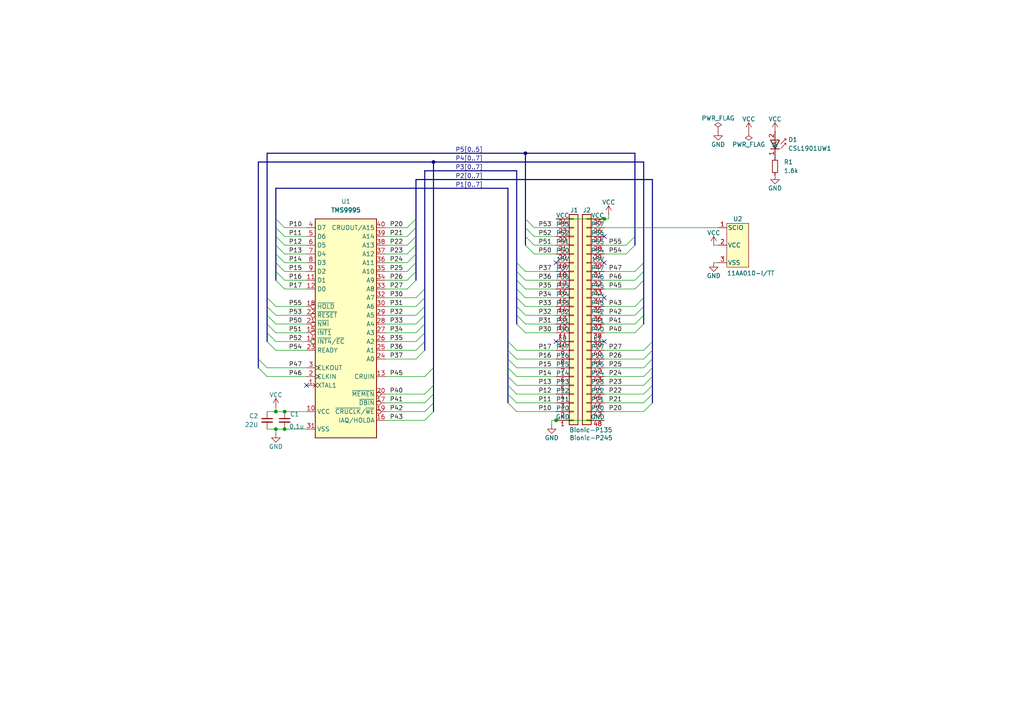
<source format=kicad_sch>
(kicad_sch (version 20231120) (generator "eeschema") (generator_version "8.0")
  (paper "A4")
  (title_block (title "BionicTMS9995") (date "2024-12-28") (rev "2") (company "Tadashi G. Takaoka"))
  (lib_symbols
    (symbol "0-LocalLibrary:11AA010-I_TT" (pin_names (offset 0.254))
      (property "Reference" "U" (at 2.54 1.27 0))
      (property "Value" "11AA010-I/TT" (at 3.81 -13.97 0))
      (symbol "11AA010-I_TT_1_1"
        (rectangle (start 0 0) (end 6.35 -12.7) (fill (type background)))
        (pin bidirectional line (at -2.54 -1.27 0) (length 2.54) (name "SCIO") (number "1"))
        (pin power_in line (at -2.54 -6.35 0) (length 2.54) (name "VCC") (number "2"))
        (pin power_in line (at -2.54 -11.43 0) (length 2.54) (name "VSS") (number "3"))
      )
    )
    (symbol "0-LocalLibrary:Bionic-P135" (pin_names (offset 0))
      (property "Reference" "J" (at 0 30.48 0))
      (property "Value" "Bionic-P135" (at -1.27 -33.02 0))
      (symbol "Bionic-P135_1_1"
        (rectangle (start 0 -30.353) (end -1.27 -30.607) (stroke (width 0.1524)))
        (rectangle (start 0 -27.813) (end -1.27 -28.067) (stroke (width 0.1524)))
        (rectangle (start 0 -25.273) (end -1.27 -25.527) (stroke (width 0.1524)))
        (rectangle (start 0 -22.733) (end -1.27 -22.987) (stroke (width 0.1524)))
        (rectangle (start 0 -20.193) (end -1.27 -20.447) (stroke (width 0.1524)))
        (rectangle (start 0 -17.653) (end -1.27 -17.907) (stroke (width 0.1524)))
        (rectangle (start 0 -15.113) (end -1.27 -15.367) (stroke (width 0.1524)))
        (rectangle (start 0 -12.573) (end -1.27 -12.827) (stroke (width 0.1524)))
        (rectangle (start 0 -10.033) (end -1.27 -10.287) (stroke (width 0.1524)))
        (rectangle (start 0 -7.493) (end -1.27 -7.747) (stroke (width 0.1524)))
        (rectangle (start 0 -4.953) (end -1.27 -5.207) (stroke (width 0.1524)))
        (rectangle (start 0 -2.413) (end -1.27 -2.667) (stroke (width 0.1524)))
        (rectangle (start 0 0.127) (end -1.27 -0.127) (stroke (width 0.1524)))
        (rectangle (start 0 2.667) (end -1.27 2.413) (stroke (width 0.1524)))
        (rectangle (start 0 5.207) (end -1.27 4.953) (stroke (width 0.1524)))
        (rectangle (start 0 7.747) (end -1.27 7.493) (stroke (width 0.1524)))
        (rectangle (start 0 10.287) (end -1.27 10.033) (stroke (width 0.1524)))
        (rectangle (start 0 12.827) (end -1.27 12.573) (stroke (width 0.1524)))
        (rectangle (start 0 15.367) (end -1.27 15.113) (stroke (width 0.1524)))
        (rectangle (start 0 17.907) (end -1.27 17.653) (stroke (width 0.1524)))
        (rectangle (start 0 20.447) (end -1.27 20.193) (stroke (width 0.1524)))
        (rectangle (start 0 22.987) (end -1.27 22.733) (stroke (width 0.1524)))
        (rectangle (start 0 25.527) (end -1.27 25.273) (stroke (width 0.1524)))
        (rectangle (start 0 28.067) (end -1.27 27.813) (stroke (width 0.1524)))
        (rectangle (start 1.27 29.21) (end -1.27 -31.75) (stroke (width 0.254)) (fill (type background)))
        (pin power_in line (at -5.08 -30.48 0) (length 3.81) (name "GND") (number "1"))
        (pin bidirectional line (at -5.08 -7.62 0) (length 3.81) (name "E0") (number "10"))
        (pin bidirectional line (at -5.08 -5.08 0) (length 3.81) (name "P30") (number "11"))
        (pin bidirectional line (at -5.08 -2.54 0) (length 3.81) (name "P31") (number "12"))
        (pin bidirectional line (at -5.08 0 0) (length 3.81) (name "P32") (number "13"))
        (pin bidirectional line (at -5.08 2.54 0) (length 3.81) (name "P33") (number "14"))
        (pin bidirectional line (at -5.08 5.08 0) (length 3.81) (name "P34") (number "15"))
        (pin bidirectional line (at -5.08 7.62 0) (length 3.81) (name "P35") (number "16"))
        (pin bidirectional line (at -5.08 10.16 0) (length 3.81) (name "P36") (number "17"))
        (pin bidirectional line (at -5.08 12.7 0) (length 3.81) (name "P37") (number "18"))
        (pin power_in line (at -5.08 15.24 0) (length 3.81) (name "15V") (number "19"))
        (pin bidirectional line (at -5.08 -27.94 0) (length 3.81) (name "P10") (number "2"))
        (pin bidirectional line (at -5.08 17.78 0) (length 3.81) (name "P50") (number "20"))
        (pin bidirectional line (at -5.08 20.32 0) (length 3.81) (name "P51") (number "21"))
        (pin bidirectional line (at -5.08 22.86 0) (length 3.81) (name "P52") (number "22"))
        (pin bidirectional line (at -5.08 25.4 0) (length 3.81) (name "P53") (number "23"))
        (pin power_in line (at -5.08 27.94 0) (length 3.81) (name "VCC") (number "24"))
        (pin bidirectional line (at -5.08 -25.4 0) (length 3.81) (name "P11") (number "3"))
        (pin bidirectional line (at -5.08 -22.86 0) (length 3.81) (name "P12") (number "4"))
        (pin bidirectional line (at -5.08 -20.32 0) (length 3.81) (name "P13") (number "5"))
        (pin bidirectional line (at -5.08 -17.78 0) (length 3.81) (name "P14") (number "6"))
        (pin bidirectional line (at -5.08 -15.24 0) (length 3.81) (name "P15") (number "7"))
        (pin bidirectional line (at -5.08 -12.7 0) (length 3.81) (name "P16") (number "8"))
        (pin bidirectional line (at -5.08 -10.16 0) (length 3.81) (name "P17") (number "9"))
      )
    )
    (symbol "0-LocalLibrary:Bionic-P245" (pin_names (offset 0))
      (property "Reference" "J" (at -3.81 30.48 0))
      (property "Value" "Bionic-P245" (at -1.27 -33.02 0))
      (symbol "Bionic-P245_1_1"
        (rectangle (start -2.54 -30.607) (end -3.81 -30.353) (stroke (width 0.1524)))
        (rectangle (start -2.54 -28.067) (end -3.81 -27.813) (stroke (width 0.1524)))
        (rectangle (start -2.54 -25.527) (end -3.81 -25.273) (stroke (width 0.1524)))
        (rectangle (start -2.54 -22.987) (end -3.81 -22.733) (stroke (width 0.1524)))
        (rectangle (start -2.54 -20.447) (end -3.81 -20.193) (stroke (width 0.1524)))
        (rectangle (start -2.54 -17.907) (end -3.81 -17.653) (stroke (width 0.1524)))
        (rectangle (start -2.54 -15.367) (end -3.81 -15.113) (stroke (width 0.1524)))
        (rectangle (start -2.54 -12.827) (end -3.81 -12.573) (stroke (width 0.1524)))
        (rectangle (start -2.54 -10.287) (end -3.81 -10.033) (stroke (width 0.1524)))
        (rectangle (start -2.54 -7.747) (end -3.81 -7.493) (stroke (width 0.1524)))
        (rectangle (start -2.54 -5.207) (end -3.81 -4.953) (stroke (width 0.1524)))
        (rectangle (start -2.54 -2.667) (end -3.81 -2.413) (stroke (width 0.1524)))
        (rectangle (start -2.54 -0.127) (end -3.81 0.127) (stroke (width 0.1524)))
        (rectangle (start -2.54 2.413) (end -3.81 2.667) (stroke (width 0.1524)))
        (rectangle (start -2.54 4.953) (end -3.81 5.207) (stroke (width 0.1524)))
        (rectangle (start -2.54 7.493) (end -3.81 7.747) (stroke (width 0.1524)))
        (rectangle (start -2.54 10.033) (end -3.81 10.287) (stroke (width 0.1524)))
        (rectangle (start -2.54 12.573) (end -3.81 12.827) (stroke (width 0.1524)))
        (rectangle (start -2.54 15.113) (end -3.81 15.367) (stroke (width 0.1524)))
        (rectangle (start -2.54 17.653) (end -3.81 17.907) (stroke (width 0.1524)))
        (rectangle (start -2.54 20.193) (end -3.81 20.447) (stroke (width 0.1524)))
        (rectangle (start -2.54 22.733) (end -3.81 22.987) (stroke (width 0.1524)))
        (rectangle (start -2.54 25.273) (end -3.81 25.527) (stroke (width 0.1524)))
        (rectangle (start -2.54 27.813) (end -3.81 28.067) (stroke (width 0.1524)))
        (rectangle (start -2.54 29.21) (end -5.08 -31.75) (stroke (width 0.254)) (fill (type background)))
        (pin power_in line (at 1.27 27.94 180) (length 3.81) (name "VCC") (number "25"))
        (pin bidirectional line (at 1.27 25.4 180) (length 3.81) (name "P57") (number "26"))
        (pin bidirectional line (at 1.27 22.86 180) (length 3.81) (name "P56") (number "27"))
        (pin bidirectional line (at 1.27 20.32 180) (length 3.81) (name "P55") (number "28"))
        (pin bidirectional line (at 1.27 17.78 180) (length 3.81) (name "P54") (number "29"))
        (pin power_in line (at 1.27 15.24 180) (length 3.81) (name "15V") (number "30"))
        (pin bidirectional line (at 1.27 12.7 180) (length 3.81) (name "P47") (number "31"))
        (pin bidirectional line (at 1.27 10.16 180) (length 3.81) (name "P46") (number "32"))
        (pin bidirectional line (at 1.27 7.62 180) (length 3.81) (name "P45") (number "33"))
        (pin bidirectional line (at 1.27 5.08 180) (length 3.81) (name "P44") (number "34"))
        (pin bidirectional line (at 1.27 2.54 180) (length 3.81) (name "P43") (number "35"))
        (pin bidirectional line (at 1.27 0 180) (length 3.81) (name "P42") (number "36"))
        (pin bidirectional line (at 1.27 -2.54 180) (length 3.81) (name "P41") (number "37"))
        (pin bidirectional line (at 1.27 -5.08 180) (length 3.81) (name "P40") (number "38"))
        (pin bidirectional line (at 1.27 -7.62 180) (length 3.81) (name "E1") (number "39"))
        (pin bidirectional line (at 1.27 -10.16 180) (length 3.81) (name "P27") (number "40"))
        (pin bidirectional line (at 1.27 -12.7 180) (length 3.81) (name "P26") (number "41"))
        (pin bidirectional line (at 1.27 -15.24 180) (length 3.81) (name "P25") (number "42"))
        (pin bidirectional line (at 1.27 -17.78 180) (length 3.81) (name "P24") (number "43"))
        (pin bidirectional line (at 1.27 -20.32 180) (length 3.81) (name "P23") (number "44"))
        (pin bidirectional line (at 1.27 -22.86 180) (length 3.81) (name "P22") (number "45"))
        (pin bidirectional line (at 1.27 -25.4 180) (length 3.81) (name "P21") (number "46"))
        (pin bidirectional line (at 1.27 -27.94 180) (length 3.81) (name "P20") (number "47"))
        (pin power_in line (at 1.27 -30.48 180) (length 3.81) (name "GND") (number "48"))
      )
    )
    (symbol "0-LocalLibrary:CSL1901UW1" (pin_names (offset 0.254))
      (property "Reference" "D" (at 3.81 -2.54 0))
      (property "Value" "CSL1901UW1" (at 3.81 -5.08 0))
      (symbol "CSL1901UW1_0_1"
        (polyline (pts (xy 2.159 3.175) (xy 2.667 3.175)))
        (polyline (pts (xy 2.54 0) (xy 5.08 0)))
        (polyline (pts (xy 5.08 1.27) (xy 5.08 -1.27)) (stroke (width 0.254)))
        (polyline (pts (xy 3.683 1.651) (xy 2.159 3.175) (xy 2.159 2.667)))
        (polyline (pts (xy 2.54 -1.27) (xy 5.08 0) (xy 2.54 1.27) (xy 2.54 -1.27)) (stroke (width 0.254)))
        (polyline (pts (xy 4.953 1.651) (xy 3.429 3.175) (xy 3.429 2.667) (xy 3.429 3.175) (xy 3.937 3.175)))
      )
      (symbol "CSL1901UW1_1_1"
        (pin passive line (at 7.62 0 180) (length 2.54) (name "K") (number "1"))
        (pin passive line (at 0 0 0) (length 2.54) (name "A") (number "2"))
      )
      (symbol "CSL1901UW1_1_2"
        (polyline (pts (xy -5.08 7.62) (xy -4.445 8.255)) (stroke (width 0.2032)))
        (polyline (pts (xy -5.08 8.255) (xy -5.08 7.62)) (stroke (width 0.2032)))
        (polyline (pts (xy -4.445 6.35) (xy -3.81 6.985)) (stroke (width 0.2032)))
        (polyline (pts (xy -4.445 8.255) (xy -5.08 8.255)) (stroke (width 0.2032)))
        (polyline (pts (xy -4.445 9.525) (xy -3.81 10.16)) (stroke (width 0.2032)))
        (polyline (pts (xy -4.445 10.16) (xy -4.445 9.525)) (stroke (width 0.2032)))
        (polyline (pts (xy -3.81 6.985) (xy -5.08 8.255)) (stroke (width 0.2032)))
        (polyline (pts (xy -3.81 8.255) (xy -3.175 8.89)) (stroke (width 0.2032)))
        (polyline (pts (xy -3.81 10.16) (xy -4.445 10.16)) (stroke (width 0.2032)))
        (polyline (pts (xy -3.175 5.08) (xy -4.445 6.35)) (stroke (width 0.2032)))
        (polyline (pts (xy -3.175 8.89) (xy -4.445 10.16)) (stroke (width 0.2032)))
        (polyline (pts (xy -2.54 6.985) (xy -3.81 8.255)) (stroke (width 0.2032)))
        (polyline (pts (xy -1.905 3.81) (xy 1.905 3.81)) (stroke (width 0.2032)))
        (polyline (pts (xy 0 2.54) (xy 0 3.4798)) (stroke (width 0.2032)))
        (polyline (pts (xy 0 3.175) (xy 0 3.81)) (stroke (width 0.2032)))
        (polyline (pts (xy 0 6.35) (xy -1.905 3.81)) (stroke (width 0.2032)))
        (polyline (pts (xy 0 6.35) (xy 0 7.62)) (stroke (width 0.2032)))
        (polyline (pts (xy 1.905 3.81) (xy 0 6.35)) (stroke (width 0.2032)))
        (polyline (pts (xy 1.905 6.35) (xy -1.905 6.35)) (stroke (width 0.2032)))
        (pin unspecified line (at 0 10.16 270) (length 2.54) (name "") (number "1"))
        (pin unspecified line (at 0 0 90) (length 2.54) (name "") (number "2"))
      )
    )
    (symbol "0-LocalLibrary:TMS9995"
      (property "Reference" "U" (at -1.27 31.75 0))
      (property "Value" "TMS9995" (at 0 -3.81 90))
      (symbol "TMS9995_0_1"
        (rectangle (start -8.89 -33.02) (end 8.89 30.48) (stroke (width 0.254)) (fill (type background)))
      )
      (symbol "TMS9995_1_1"
        (pin passive non_logic (at -11.43 -17.78 0) (length 2.54) (name "XTAL1") (number "1"))
        (pin power_in line (at -11.43 -25.4 0) (length 2.54) (name "VCC") (number "10"))
        (pin bidirectional line (at -11.43 12.7 0) (length 2.54) (name "D1") (number "11"))
        (pin bidirectional line (at -11.43 10.16 0) (length 2.54) (name "D0") (number "12"))
        (pin input line (at 11.43 -15.24 180) (length 2.54) (name "CRUIN") (number "13"))
        (pin input inverted (at -11.43 -5.08 0) (length 2.54) (name "~{INT4}/~{EC}") (number "14"))
        (pin input inverted (at -11.43 -2.54 0) (length 2.54) (name "~{INT1}") (number "15"))
        (pin output line (at 11.43 -27.94 180) (length 2.54) (name "IAQ/HOLDA") (number "16"))
        (pin output inverted (at 11.43 -22.86 180) (length 2.54) (name "~{DBIN}") (number "17"))
        (pin input inverted (at -11.43 5.08 0) (length 2.54) (name "~{HOLD}") (number "18"))
        (pin output inverted (at 11.43 -25.4 180) (length 2.54) (name "~{CRUCLK}/~{WE}") (number "19"))
        (pin input clock (at -11.43 -15.24 0) (length 2.54) (name "CLKIN") (number "2"))
        (pin output inverted (at 11.43 -20.32 180) (length 2.54) (name "~{MEMEN}") (number "20"))
        (pin input inverted (at -11.43 0 0) (length 2.54) (name "~{NMI}") (number "21"))
        (pin input inverted (at -11.43 2.54 0) (length 2.54) (name "~{RESET}") (number "22"))
        (pin input line (at -11.43 -7.62 0) (length 2.54) (name "READY") (number "23"))
        (pin output line (at 11.43 -10.16 180) (length 2.54) (name "A0") (number "24"))
        (pin output line (at 11.43 -7.62 180) (length 2.54) (name "A1") (number "25"))
        (pin output line (at 11.43 -5.08 180) (length 2.54) (name "A2") (number "26"))
        (pin output line (at 11.43 -2.54 180) (length 2.54) (name "A3") (number "27"))
        (pin output line (at 11.43 0 180) (length 2.54) (name "A4") (number "28"))
        (pin output line (at 11.43 2.54 180) (length 2.54) (name "A5") (number "29"))
        (pin output clock (at -11.43 -12.7 0) (length 2.54) (name "CLKOUT") (number "3"))
        (pin output line (at 11.43 5.08 180) (length 2.54) (name "A6") (number "30"))
        (pin power_in line (at -11.43 -30.48 0) (length 2.54) (name "VSS") (number "31"))
        (pin output line (at 11.43 7.62 180) (length 2.54) (name "A7") (number "32"))
        (pin output line (at 11.43 10.16 180) (length 2.54) (name "A8") (number "33"))
        (pin output line (at 11.43 12.7 180) (length 2.54) (name "A9") (number "34"))
        (pin output line (at 11.43 15.24 180) (length 2.54) (name "A10") (number "35"))
        (pin output line (at 11.43 17.78 180) (length 2.54) (name "A11") (number "36"))
        (pin output line (at 11.43 20.32 180) (length 2.54) (name "A12") (number "37"))
        (pin output line (at 11.43 22.86 180) (length 2.54) (name "A13") (number "38"))
        (pin output line (at 11.43 25.4 180) (length 2.54) (name "A14") (number "39"))
        (pin bidirectional line (at -11.43 27.94 0) (length 2.54) (name "D7") (number "4"))
        (pin output line (at 11.43 27.94 180) (length 2.54) (name "CRUOUT/A15") (number "40"))
        (pin bidirectional line (at -11.43 25.4 0) (length 2.54) (name "D6") (number "5"))
        (pin bidirectional line (at -11.43 22.86 0) (length 2.54) (name "D5") (number "6"))
        (pin bidirectional line (at -11.43 20.32 0) (length 2.54) (name "D4") (number "7"))
        (pin bidirectional line (at -11.43 17.78 0) (length 2.54) (name "D3") (number "8"))
        (pin bidirectional line (at -11.43 15.24 0) (length 2.54) (name "D2") (number "9"))
      )
    )
    (symbol "Device:C_Small" (pin_numbers hide) (pin_names (offset 0.254) hide)
      (property "Reference" "C" (at 0.254 1.778 0))
      (property "Value" "C_Small" (at 0.254 -2.032 0))
      (symbol "C_Small_0_1"
        (polyline (pts (xy -1.524 -0.508) (xy 1.524 -0.508)) (stroke (width 0.3302)))
        (polyline (pts (xy -1.524 0.508) (xy 1.524 0.508)) (stroke (width 0.3048)))
      )
      (symbol "C_Small_1_1"
        (pin passive line (at 0 2.54 270) (length 2.032) (name "~") (number "1"))
        (pin passive line (at 0 -2.54 90) (length 2.032) (name "~") (number "2"))
      )
    )
    (symbol "Device:R_Small" (pin_numbers hide) (pin_names (offset 0.254) hide)
      (property "Reference" "R" (at 0.762 0.508 0))
      (property "Value" "R_Small" (at 0.762 -1.016 0))
      (symbol "R_Small_0_1"
        (rectangle (start -0.762 1.778) (end 0.762 -1.778) (stroke (width 0.2032)))
      )
      (symbol "R_Small_1_1"
        (pin passive line (at 0 2.54 270) (length 0.762) (name "~") (number "1"))
        (pin passive line (at 0 -2.54 90) (length 0.762) (name "~") (number "2"))
      )
    )
    (symbol "power:GND" (power) (pin_numbers hide) (pin_names (offset 0) hide)
      (property "Value" "GND" (at 0 -3.81 0))
      (symbol "GND_0_1"
        (polyline (pts (xy 0 0) (xy 0 -1.27) (xy 1.27 -1.27) (xy 0 -2.54) (xy -1.27 -1.27) (xy 0 -1.27)))
      )
      (symbol "GND_1_1"
        (pin power_in line (at 0 0 270) (length 0) (name "~") (number "1"))
      )
    )
    (symbol "power:PWR_FLAG" (power) (pin_numbers hide) (pin_names (offset 0) hide)
      (property "Value" "PWR_FLAG" (at 0 3.81 0))
      (symbol "PWR_FLAG_0_0"
        (pin power_out line (at 0 0 90) (length 0) (name "~") (number "1"))
      )
      (symbol "PWR_FLAG_0_1"
        (polyline (pts (xy 0 0) (xy 0 1.27) (xy -1.016 1.905) (xy 0 2.54) (xy 1.016 1.905) (xy 0 1.27)))
      )
    )
    (symbol "power:VCC" (power) (pin_numbers hide) (pin_names (offset 0) hide)
      (property "Value" "VCC" (at 0 3.556 0))
      (symbol "VCC_0_1"
        (polyline (pts (xy -0.762 1.27) (xy 0 2.54)))
        (polyline (pts (xy 0 0) (xy 0 2.54)))
        (polyline (pts (xy 0 2.54) (xy 0.762 1.27)))
      )
      (symbol "VCC_1_1"
        (pin power_in line (at 0 0 90) (length 0) (name "~") (number "1"))
      )
    )
  )
  (junction (at 80.01 124.46))
  (junction (at 82.55 119.38))
  (junction (at 80.01 119.38))
  (junction (at 82.55 124.46))
  (junction (at 175.26 63.5))
  (junction (at 161.29 121.92))
  (junction (at 152.4 44.45))
  (junction (at 125.73 46.99))
  (no_connect (at 161.29 99.06))
  (no_connect (at 175.26 68.58))
  (no_connect (at 161.29 76.2))
  (no_connect (at 88.9 111.76))
  (no_connect (at 175.26 76.2))
  (no_connect (at 175.26 99.06))
  (no_connect (at 175.26 86.36))
  (bus_entry (at 147.32 111.76) (size 2.54 2.54))
  (bus_entry (at 80.01 63.5) (size 2.54 2.54))
  (bus_entry (at 77.47 88.9) (size 2.54 2.54))
  (bus_entry (at 147.32 109.22) (size 2.54 2.54))
  (bus_entry (at 123.19 88.9) (size -2.54 2.54))
  (bus_entry (at 80.01 73.66) (size 2.54 2.54))
  (bus_entry (at 186.69 88.9) (size -2.54 2.54))
  (bus_entry (at 152.4 68.58) (size 2.54 2.54))
  (bus_entry (at 125.73 116.84) (size -2.54 2.54))
  (bus_entry (at 189.23 101.6) (size -2.54 2.54))
  (bus_entry (at 77.47 93.98) (size 2.54 2.54))
  (bus_entry (at 152.4 66.04) (size 2.54 2.54))
  (bus_entry (at 189.23 99.06) (size -2.54 2.54))
  (bus_entry (at 123.19 96.52) (size -2.54 2.54))
  (bus_entry (at 125.73 114.3) (size -2.54 2.54))
  (bus_entry (at 189.23 106.68) (size -2.54 2.54))
  (bus_entry (at 147.32 116.84) (size 2.54 2.54))
  (bus_entry (at 149.86 76.2) (size 2.54 2.54))
  (bus_entry (at 80.01 68.58) (size 2.54 2.54))
  (bus_entry (at 74.93 104.14) (size 2.54 2.54))
  (bus_entry (at 120.65 66.04) (size -2.54 2.54))
  (bus_entry (at 186.69 86.36) (size -2.54 2.54))
  (bus_entry (at 123.19 91.44) (size -2.54 2.54))
  (bus_entry (at 186.69 78.74) (size -2.54 2.54))
  (bus_entry (at 186.69 81.28) (size -2.54 2.54))
  (bus_entry (at 123.19 101.6) (size -2.54 2.54))
  (bus_entry (at 77.47 99.06) (size 2.54 2.54))
  (bus_entry (at 189.23 116.84) (size -2.54 2.54))
  (bus_entry (at 184.15 71.12) (size -2.54 2.54))
  (bus_entry (at 189.23 109.22) (size -2.54 2.54))
  (bus_entry (at 147.32 114.3) (size 2.54 2.54))
  (bus_entry (at 147.32 101.6) (size 2.54 2.54))
  (bus_entry (at 80.01 71.12) (size 2.54 2.54))
  (bus_entry (at 147.32 106.68) (size 2.54 2.54))
  (bus_entry (at 189.23 104.14) (size -2.54 2.54))
  (bus_entry (at 123.19 86.36) (size -2.54 2.54))
  (bus_entry (at 152.4 63.5) (size 2.54 2.54))
  (bus_entry (at 120.65 71.12) (size -2.54 2.54))
  (bus_entry (at 147.32 99.06) (size 2.54 2.54))
  (bus_entry (at 123.19 99.06) (size -2.54 2.54))
  (bus_entry (at 189.23 114.3) (size -2.54 2.54))
  (bus_entry (at 80.01 78.74) (size 2.54 2.54))
  (bus_entry (at 120.65 68.58) (size -2.54 2.54))
  (bus_entry (at 125.73 119.38) (size -2.54 2.54))
  (bus_entry (at 77.47 91.44) (size 2.54 2.54))
  (bus_entry (at 120.65 78.74) (size -2.54 2.54))
  (bus_entry (at 149.86 86.36) (size 2.54 2.54))
  (bus_entry (at 123.19 83.82) (size -2.54 2.54))
  (bus_entry (at 125.73 106.68) (size -2.54 2.54))
  (bus_entry (at 80.01 76.2) (size 2.54 2.54))
  (bus_entry (at 120.65 73.66) (size -2.54 2.54))
  (bus_entry (at 125.73 111.76) (size -2.54 2.54))
  (bus_entry (at 152.4 71.12) (size 2.54 2.54))
  (bus_entry (at 120.65 76.2) (size -2.54 2.54))
  (bus_entry (at 186.69 76.2) (size -2.54 2.54))
  (bus_entry (at 120.65 63.5) (size -2.54 2.54))
  (bus_entry (at 149.86 93.98) (size 2.54 2.54))
  (bus_entry (at 77.47 86.36) (size 2.54 2.54))
  (bus_entry (at 147.32 104.14) (size 2.54 2.54))
  (bus_entry (at 120.65 81.28) (size -2.54 2.54))
  (bus_entry (at 149.86 81.28) (size 2.54 2.54))
  (bus_entry (at 77.47 96.52) (size 2.54 2.54))
  (bus_entry (at 123.19 93.98) (size -2.54 2.54))
  (bus_entry (at 80.01 66.04) (size 2.54 2.54))
  (bus_entry (at 149.86 78.74) (size 2.54 2.54))
  (bus_entry (at 186.69 93.98) (size -2.54 2.54))
  (bus_entry (at 149.86 88.9) (size 2.54 2.54))
  (bus_entry (at 149.86 91.44) (size 2.54 2.54))
  (bus_entry (at 80.01 81.28) (size 2.54 2.54))
  (bus_entry (at 74.93 106.68) (size 2.54 2.54))
  (bus_entry (at 186.69 91.44) (size -2.54 2.54))
  (bus_entry (at 184.15 68.58) (size -2.54 2.54))
  (bus_entry (at 149.86 83.82) (size 2.54 2.54))
  (bus_entry (at 189.23 111.76) (size -2.54 2.54))
  (bus (pts (xy 147.32 101.6) (xy 147.32 99.06)))
  (wire (pts (xy 149.86 106.68) (xy 161.29 106.68)))
  (wire (pts (xy 175.26 96.52) (xy 184.15 96.52)))
  (bus (pts (xy 149.86 49.53) (xy 123.19 49.53)))
  (wire (pts (xy 111.76 96.52) (xy 120.65 96.52)))
  (wire (pts (xy 111.76 116.84) (xy 123.19 116.84)))
  (wire (pts (xy 111.76 99.06) (xy 120.65 99.06)))
  (wire (pts (xy 80.01 119.38) (xy 82.55 119.38)))
  (bus (pts (xy 123.19 86.36) (xy 123.19 88.9)))
  (wire (pts (xy 82.55 71.12) (xy 88.9 71.12)))
  (wire (pts (xy 82.55 124.46) (xy 88.9 124.46)))
  (bus (pts (xy 80.01 68.58) (xy 80.01 71.12)))
  (wire (pts (xy 207.01 76.2) (xy 208.28 76.2)))
  (bus (pts (xy 189.23 106.68) (xy 189.23 109.22)))
  (wire (pts (xy 111.76 68.58) (xy 118.11 68.58)))
  (bus (pts (xy 149.86 93.98) (xy 149.86 91.44)))
  (wire (pts (xy 111.76 109.22) (xy 123.19 109.22)))
  (wire (pts (xy 152.4 91.44) (xy 161.29 91.44)))
  (wire (pts (xy 175.26 106.68) (xy 186.69 106.68)))
  (bus (pts (xy 125.73 114.3) (xy 125.73 111.76)))
  (wire (pts (xy 152.4 83.82) (xy 161.29 83.82)))
  (bus (pts (xy 123.19 88.9) (xy 123.19 91.44)))
  (wire (pts (xy 149.86 109.22) (xy 161.29 109.22)))
  (bus (pts (xy 149.86 81.28) (xy 149.86 78.74)))
  (wire (pts (xy 111.76 76.2) (xy 118.11 76.2)))
  (wire (pts (xy 82.55 68.58) (xy 88.9 68.58)))
  (wire (pts (xy 80.01 96.52) (xy 88.9 96.52)))
  (wire (pts (xy 152.4 93.98) (xy 161.29 93.98)))
  (bus (pts (xy 120.65 78.74) (xy 120.65 76.2)))
  (bus (pts (xy 147.32 111.76) (xy 147.32 109.22)))
  (wire (pts (xy 175.26 104.14) (xy 186.69 104.14)))
  (wire (pts (xy 111.76 119.38) (xy 123.19 119.38)))
  (wire (pts (xy 175.26 71.12) (xy 181.61 71.12)))
  (bus (pts (xy 125.73 116.84) (xy 125.73 114.3)))
  (bus (pts (xy 184.15 71.12) (xy 184.15 68.58)))
  (wire (pts (xy 152.4 86.36) (xy 161.29 86.36)))
  (wire (pts (xy 77.47 124.46) (xy 80.01 124.46)))
  (wire (pts (xy 80.01 88.9) (xy 88.9 88.9)))
  (wire (pts (xy 111.76 114.3) (xy 123.19 114.3)))
  (wire (pts (xy 77.47 119.38) (xy 80.01 119.38)))
  (wire (pts (xy 161.29 81.28) (xy 152.4 81.28)))
  (wire (pts (xy 152.4 88.9) (xy 161.29 88.9)))
  (bus (pts (xy 77.47 88.9) (xy 77.47 86.36)))
  (wire (pts (xy 175.26 119.38) (xy 186.69 119.38)))
  (wire (pts (xy 149.86 116.84) (xy 161.29 116.84)))
  (bus (pts (xy 189.23 109.22) (xy 189.23 111.76)))
  (wire (pts (xy 154.94 71.12) (xy 161.29 71.12)))
  (bus (pts (xy 74.93 106.68) (xy 74.93 104.14)))
  (bus (pts (xy 120.65 52.07) (xy 189.23 52.07)))
  (bus (pts (xy 149.86 78.74) (xy 149.86 76.2)))
  (wire (pts (xy 111.76 86.36) (xy 120.65 86.36)))
  (wire (pts (xy 80.01 93.98) (xy 88.9 93.98)))
  (wire (pts (xy 175.26 81.28) (xy 184.15 81.28)))
  (wire (pts (xy 175.26 78.74) (xy 184.15 78.74)))
  (wire (pts (xy 111.76 81.28) (xy 118.11 81.28)))
  (bus (pts (xy 189.23 114.3) (xy 189.23 116.84)))
  (bus (pts (xy 77.47 93.98) (xy 77.47 91.44)))
  (wire (pts (xy 175.26 63.5) (xy 176.53 63.5)))
  (wire (pts (xy 175.26 83.82) (xy 184.15 83.82)))
  (bus (pts (xy 120.65 66.04) (xy 120.65 63.5)))
  (bus (pts (xy 147.32 106.68) (xy 147.32 104.14)))
  (bus (pts (xy 189.23 104.14) (xy 189.23 106.68)))
  (bus (pts (xy 147.32 54.61) (xy 80.01 54.61)))
  (wire (pts (xy 175.26 116.84) (xy 186.69 116.84)))
  (wire (pts (xy 111.76 88.9) (xy 120.65 88.9)))
  (wire (pts (xy 149.86 111.76) (xy 161.29 111.76)))
  (wire (pts (xy 175.26 91.44) (xy 184.15 91.44)))
  (bus (pts (xy 149.86 76.2) (xy 149.86 49.53)))
  (wire (pts (xy 111.76 101.6) (xy 120.65 101.6)))
  (bus (pts (xy 74.93 46.99) (xy 125.73 46.99)))
  (bus (pts (xy 120.65 73.66) (xy 120.65 71.12)))
  (bus (pts (xy 125.73 119.38) (xy 125.73 116.84)))
  (wire (pts (xy 176.53 62.23) (xy 176.53 63.5)))
  (wire (pts (xy 207.01 71.12) (xy 208.28 71.12)))
  (bus (pts (xy 77.47 44.45) (xy 77.47 86.36)))
  (wire (pts (xy 175.26 73.66) (xy 181.61 73.66)))
  (bus (pts (xy 120.65 76.2) (xy 120.65 73.66)))
  (bus (pts (xy 186.69 81.28) (xy 186.69 86.36)))
  (wire (pts (xy 111.76 66.04) (xy 118.11 66.04)))
  (wire (pts (xy 80.01 91.44) (xy 88.9 91.44)))
  (bus (pts (xy 189.23 99.06) (xy 189.23 101.6)))
  (bus (pts (xy 189.23 101.6) (xy 189.23 104.14)))
  (bus (pts (xy 125.73 46.99) (xy 125.73 106.68)))
  (wire (pts (xy 80.01 99.06) (xy 88.9 99.06)))
  (wire (pts (xy 149.86 101.6) (xy 161.29 101.6)))
  (bus (pts (xy 189.23 111.76) (xy 189.23 114.3)))
  (wire (pts (xy 111.76 104.14) (xy 120.65 104.14)))
  (bus (pts (xy 147.32 99.06) (xy 147.32 54.61)))
  (wire (pts (xy 111.76 93.98) (xy 120.65 93.98)))
  (wire (pts (xy 154.94 68.58) (xy 161.29 68.58)))
  (bus (pts (xy 80.01 66.04) (xy 80.01 68.58)))
  (bus (pts (xy 125.73 111.76) (xy 125.73 106.68)))
  (wire (pts (xy 161.29 63.5) (xy 175.26 63.5)))
  (bus (pts (xy 186.69 91.44) (xy 186.69 93.98)))
  (wire (pts (xy 82.55 119.38) (xy 88.9 119.38)))
  (wire (pts (xy 82.55 78.74) (xy 88.9 78.74)))
  (bus (pts (xy 120.65 63.5) (xy 120.65 52.07)))
  (wire (pts (xy 77.47 106.68) (xy 88.9 106.68)))
  (bus (pts (xy 77.47 99.06) (xy 77.47 96.52)))
  (wire (pts (xy 82.55 76.2) (xy 88.9 76.2)))
  (wire (pts (xy 82.55 73.66) (xy 88.9 73.66)))
  (bus (pts (xy 123.19 93.98) (xy 123.19 96.52)))
  (wire (pts (xy 149.86 119.38) (xy 161.29 119.38)))
  (bus (pts (xy 184.15 68.58) (xy 184.15 44.45)))
  (bus (pts (xy 80.01 78.74) (xy 80.01 81.28)))
  (bus (pts (xy 123.19 99.06) (xy 123.19 101.6)))
  (bus (pts (xy 184.15 44.45) (xy 152.4 44.45)))
  (wire (pts (xy 80.01 118.11) (xy 80.01 119.38)))
  (bus (pts (xy 147.32 109.22) (xy 147.32 106.68)))
  (wire (pts (xy 160.02 121.92) (xy 160.02 123.19)))
  (wire (pts (xy 175.26 109.22) (xy 186.69 109.22)))
  (wire (pts (xy 111.76 83.82) (xy 118.11 83.82)))
  (wire (pts (xy 154.94 73.66) (xy 161.29 73.66)))
  (bus (pts (xy 123.19 91.44) (xy 123.19 93.98)))
  (bus (pts (xy 152.4 66.04) (xy 152.4 68.58)))
  (bus (pts (xy 186.69 88.9) (xy 186.69 91.44)))
  (wire (pts (xy 111.76 91.44) (xy 120.65 91.44)))
  (wire (pts (xy 111.76 78.74) (xy 118.11 78.74)))
  (bus (pts (xy 120.65 68.58) (xy 120.65 66.04)))
  (bus (pts (xy 147.32 116.84) (xy 147.32 114.3)))
  (wire (pts (xy 175.26 114.3) (xy 186.69 114.3)))
  (bus (pts (xy 149.86 88.9) (xy 149.86 86.36)))
  (wire (pts (xy 80.01 124.46) (xy 82.55 124.46)))
  (bus (pts (xy 77.47 91.44) (xy 77.47 88.9)))
  (bus (pts (xy 149.86 83.82) (xy 149.86 81.28)))
  (bus (pts (xy 120.65 81.28) (xy 120.65 78.74)))
  (bus (pts (xy 74.93 104.14) (xy 74.93 46.99)))
  (bus (pts (xy 149.86 86.36) (xy 149.86 83.82)))
  (wire (pts (xy 77.47 109.22) (xy 88.9 109.22)))
  (wire (pts (xy 160.02 121.92) (xy 161.29 121.92)))
  (wire (pts (xy 111.76 73.66) (xy 118.11 73.66)))
  (bus (pts (xy 123.19 49.53) (xy 123.19 83.82)))
  (bus (pts (xy 80.01 54.61) (xy 80.01 63.5)))
  (bus (pts (xy 123.19 83.82) (xy 123.19 86.36)))
  (wire (pts (xy 161.29 121.92) (xy 175.26 121.92)))
  (bus (pts (xy 186.69 78.74) (xy 186.69 81.28)))
  (wire (pts (xy 82.55 66.04) (xy 88.9 66.04)))
  (wire (pts (xy 149.86 104.14) (xy 161.29 104.14)))
  (wire (pts (xy 80.01 101.6) (xy 88.9 101.6)))
  (bus (pts (xy 189.23 52.07) (xy 189.23 99.06)))
  (bus (pts (xy 186.69 86.36) (xy 186.69 88.9)))
  (bus (pts (xy 80.01 71.12) (xy 80.01 73.66)))
  (bus (pts (xy 186.69 46.99) (xy 186.69 76.2)))
  (wire (pts (xy 111.76 121.92) (xy 123.19 121.92)))
  (wire (pts (xy 175.26 66.04) (xy 208.28 66.04)))
  (bus (pts (xy 149.86 91.44) (xy 149.86 88.9)))
  (bus (pts (xy 77.47 96.52) (xy 77.47 93.98)))
  (bus (pts (xy 80.01 73.66) (xy 80.01 76.2)))
  (wire (pts (xy 82.55 81.28) (xy 88.9 81.28)))
  (bus (pts (xy 80.01 76.2) (xy 80.01 78.74)))
  (bus (pts (xy 152.4 68.58) (xy 152.4 71.12)))
  (wire (pts (xy 154.94 66.04) (xy 161.29 66.04)))
  (wire (pts (xy 175.26 88.9) (xy 184.15 88.9)))
  (wire (pts (xy 149.86 114.3) (xy 161.29 114.3)))
  (wire (pts (xy 82.55 83.82) (xy 88.9 83.82)))
  (bus (pts (xy 152.4 63.5) (xy 152.4 66.04)))
  (bus (pts (xy 125.73 46.99) (xy 186.69 46.99)))
  (bus (pts (xy 186.69 76.2) (xy 186.69 78.74)))
  (wire (pts (xy 111.76 71.12) (xy 118.11 71.12)))
  (wire (pts (xy 175.26 101.6) (xy 186.69 101.6)))
  (wire (pts (xy 161.29 78.74) (xy 152.4 78.74)))
  (bus (pts (xy 80.01 63.5) (xy 80.01 66.04)))
  (wire (pts (xy 152.4 96.52) (xy 161.29 96.52)))
  (bus (pts (xy 77.47 44.45) (xy 152.4 44.45)))
  (bus (pts (xy 123.19 96.52) (xy 123.19 99.06)))
  (bus (pts (xy 120.65 71.12) (xy 120.65 68.58)))
  (bus (pts (xy 152.4 44.45) (xy 152.4 63.5)))
  (wire (pts (xy 80.01 124.46) (xy 80.01 125.73)))
  (bus (pts (xy 147.32 114.3) (xy 147.32 111.76)))
  (wire (pts (xy 175.26 93.98) (xy 184.15 93.98)))
  (wire (pts (xy 175.26 111.76) (xy 186.69 111.76)))
  (bus (pts (xy 147.32 104.14) (xy 147.32 101.6)))
  (label "P51" (at 160.02 71.12 180))
  (label "P15" (at 160.02 106.68 180))
  (label "P35" (at 160.02 83.82 180))
  (label "P21" (at 113.03 68.58 0))
  (label "P33" (at 113.03 93.98 0))
  (label "P20" (at 176.53 119.38 0))
  (label "P54" (at 176.53 73.66 0))
  (label "P50" (at 160.02 73.66 180))
  (label "P13" (at 87.63 73.66 180))
  (label "P53" (at 160.02 66.04 180))
  (label "P14" (at 87.63 76.2 180))
  (label "P53" (at 87.63 91.44 180))
  (label "P17" (at 87.63 83.82 180))
  (label "P47" (at 176.53 78.74 0))
  (label "P52" (at 87.63 99.06 180))
  (label "P16" (at 160.02 104.14 180))
  (label "P20" (at 113.03 66.04 0))
  (label "P55" (at 176.53 71.12 0))
  (label "P23" (at 113.03 73.66 0))
  (label "P11" (at 87.63 68.58 180))
  (label "P4[0..7]" (at 132.08 46.99 0))
  (label "P46" (at 176.53 81.28 0))
  (label "P13" (at 160.02 111.76 180))
  (label "P26" (at 176.53 104.14 0))
  (label "P51" (at 87.63 96.52 180))
  (label "P40" (at 113.03 114.3 0))
  (label "P30" (at 160.02 96.52 180))
  (label "P41" (at 113.03 116.84 0))
  (label "P37" (at 160.02 78.74 180))
  (label "P41" (at 176.53 93.98 0))
  (label "P27" (at 176.53 101.6 0))
  (label "P27" (at 113.03 83.82 0))
  (label "P40" (at 176.53 96.52 0))
  (label "P43" (at 113.03 121.92 0))
  (label "P31" (at 113.03 88.9 0))
  (label "P36" (at 160.02 81.28 180))
  (label "P52" (at 160.02 68.58 180))
  (label "P14" (at 160.02 109.22 180))
  (label "P25" (at 113.03 78.74 0))
  (label "P10" (at 87.63 66.04 180))
  (label "P15" (at 87.63 78.74 180))
  (label "P34" (at 160.02 86.36 180))
  (label "P47" (at 87.63 106.68 180))
  (label "P24" (at 176.53 109.22 0))
  (label "P26" (at 113.03 81.28 0))
  (label "P2[0..7]" (at 132.08 52.07 0))
  (label "P17" (at 160.02 101.6 180))
  (label "P10" (at 160.02 119.38 180))
  (label "P16" (at 87.63 81.28 180))
  (label "P22" (at 176.53 114.3 0))
  (label "P34" (at 113.03 96.52 0))
  (label "P3[0..7]" (at 132.08 49.53 0))
  (label "P22" (at 113.03 71.12 0))
  (label "P11" (at 160.02 116.84 180))
  (label "P32" (at 113.03 91.44 0))
  (label "P45" (at 176.53 83.82 0))
  (label "P30" (at 113.03 86.36 0))
  (label "P55" (at 87.63 88.9 180))
  (label "P35" (at 113.03 99.06 0))
  (label "P43" (at 176.53 88.9 0))
  (label "P46" (at 87.63 109.22 180))
  (label "P12" (at 87.63 71.12 180))
  (label "P32" (at 160.02 91.44 180))
  (label "P45" (at 113.03 109.22 0))
  (label "P12" (at 160.02 114.3 180))
  (label "P37" (at 113.03 104.14 0))
  (label "P54" (at 87.63 101.6 180))
  (label "P5[0..5]" (at 132.08 44.45 0))
  (label "P42" (at 113.03 119.38 0))
  (label "P31" (at 160.02 93.98 180))
  (label "P33" (at 160.02 88.9 180))
  (label "P42" (at 176.53 91.44 0))
  (label "P21" (at 176.53 116.84 0))
  (label "P25" (at 176.53 106.68 0))
  (label "P24" (at 113.03 76.2 0))
  (label "P36" (at 113.03 101.6 0))
  (label "P23" (at 176.53 111.76 0))
  (label "P50" (at 87.63 93.98 180))
  (label "P1[0..7]" (at 132.08 54.61 0))
  (symbol (lib_id "power:GND") (at 208.28 38.1 0) (unit 1)
    (property "Reference" "#PWR03" (effects (hide yes)))
    (property "Value" "GND" (at 208.28 41.91 0))
    (property "Description" "Power symbol creates a global label with name \"GND\" , ground" (effects (hide yes)))
  )
  (symbol (lib_id "Device:R_Small") (at 224.79 48.26 0) (unit 1)
    (property "Reference" "R1" (at 227.33 46.9899 0) (effects (justify left)))
    (property "Value" "1.6k" (at 227.33 49.5299 0) (effects (justify left)))
    (property "Footprint" "Resistor_SMD:R_0603_1608Metric_Pad0.98x0.95mm_HandSolder" (effects (hide yes)))
    (property "Description" "Resistor, small symbol" (effects (hide yes)))
  )
  (symbol (lib_id "0-LocalLibrary:Bionic-P245") (at 173.99 91.44 0) (unit 1)
    (property "Reference" "J2" (at 170.18 60.96 0))
    (property "Value" "Bionic-P245" (at 171.45 127 0))
    (property "Footprint" "0-LocalLibrary:Bionic-P245_Vertical" (effects (hide yes)))
    (property "Description" "Generic connector, single row, 01x24, script generated (kicad-library-utils/schlib/autogen/connector/)" (effects (hide yes)))
  )
  (symbol (lib_id "power:VCC") (at 217.17 38.1 0) (unit 1)
    (property "Reference" "#PWR01" (effects (hide yes)))
    (property "Value" "VCC" (at 217.17 34.544 0))
    (property "Description" "Power symbol creates a global label with name \"VCC\"" (effects (hide yes)))
  )
  (symbol (lib_id "0-LocalLibrary:CSL1901UW1") (at 224.79 38.1 270) (unit 1)
    (property "Reference" "D1" (at 228.6 40.5129 90) (effects (justify left)))
    (property "Value" "CSL1901UW1" (at 228.6 43.0529 90) (effects (justify left)))
    (property "Footprint" "0-LocalLibrary:LED_CSL1901UW1_ROM-M" (effects (hide yes)))
    (property "Datasheet" "https://fscdn.rohm.com/en/products/databook/datasheet/opto/led/chip_mono/csl1901uw1-e.pdf" (effects (hide yes)))
    (property "Description" "Red LED (Low Current Emission, SMD)" (effects (hide yes)))
  )
  (symbol (lib_id "power:GND") (at 80.01 125.73 0) (unit 1)
    (property "Reference" "#PWR010" (effects (hide yes)))
    (property "Value" "GND" (at 80.01 129.54 0))
    (property "Description" "Power symbol creates a global label with name \"GND\" , ground" (effects (hide yes)))
  )
  (symbol (lib_id "Device:C_Small") (at 82.55 121.92 0) (mirror y) (unit 1)
    (property "Reference" "C1" (at 84.1025 120.142 0) (effects (justify right)))
    (property "Value" "0.1u" (at 83.8485 123.698 0) (effects (justify right)))
    (property "Footprint" "Capacitor_SMD:C_0603_1608Metric_Pad1.08x0.95mm_HandSolder" (effects (hide yes)))
    (property "Description" "Unpolarized capacitor, small symbol" (effects (hide yes)))
  )
  (symbol (lib_id "power:VCC") (at 207.01 71.12 0) (unit 1)
    (property "Reference" "#PWR04" (effects (hide yes)))
    (property "Value" "VCC" (at 207.01 67.564 0))
    (property "Description" "Power symbol creates a global label with name \"VCC\"" (effects (hide yes)))
  )
  (symbol (lib_id "power:GND") (at 207.01 76.2 0) (unit 1)
    (property "Reference" "#PWR08" (effects (hide yes)))
    (property "Value" "GND" (at 207.01 80.01 0))
    (property "Description" "Power symbol creates a global label with name \"GND\" , ground" (effects (hide yes)))
  )
  (symbol (lib_id "Device:C_Small") (at 77.47 121.92 0) (unit 1)
    (property "Reference" "C2" (at 74.93 120.6562 0) (effects (justify right)))
    (property "Value" "22U" (at 74.93 123.1962 0) (effects (justify right)))
    (property "Footprint" "Capacitor_SMD:C_0603_1608Metric_Pad1.08x0.95mm_HandSolder" (effects (hide yes)))
    (property "Description" "Unpolarized capacitor, small symbol" (effects (hide yes)))
  )
  (symbol (lib_id "power:GND") (at 224.79 50.8 0) (unit 1)
    (property "Reference" "#PWR07" (effects (hide yes)))
    (property "Value" "GND" (at 224.79 54.61 0))
    (property "Description" "Power symbol creates a global label with name \"GND\" , ground" (effects (hide yes)))
  )
  (symbol (lib_id "power:GND") (at 160.02 123.19 0) (unit 1)
    (property "Reference" "#PWR09" (effects (hide yes)))
    (property "Value" "GND" (at 160.02 127 0))
    (property "Description" "Power symbol creates a global label with name \"GND\" , ground" (effects (hide yes)))
  )
  (symbol (lib_id "power:PWR_FLAG") (at 208.28 38.1 0) (unit 1)
    (property "Reference" "#FLG01" (effects (hide yes)))
    (property "Value" "PWR_FLAG" (at 208.28 34.29 0))
    (property "Description" "Special symbol for telling ERC where power comes from" (effects (hide yes)))
  )
  (symbol (lib_id "power:VCC") (at 176.53 62.23 0) (unit 1)
    (property "Reference" "#PWR05" (effects (hide yes)))
    (property "Value" "VCC" (at 176.53 58.674 0))
    (property "Description" "Power symbol creates a global label with name \"VCC\"" (effects (hide yes)))
  )
  (symbol (lib_id "power:VCC") (at 224.79 38.1 0) (unit 1)
    (property "Reference" "#PWR02" (effects (hide yes)))
    (property "Value" "VCC" (at 224.79 34.544 0))
    (property "Description" "Power symbol creates a global label with name \"VCC\"" (effects (hide yes)))
  )
  (symbol (lib_id "0-LocalLibrary:TMS9995") (at 100.33 93.98 0) (unit 1)
    (property "Reference" "U1" (at 100.33 58.42 0))
    (property "Value" "TMS9995" (at 100.33 60.96 0) (effects (font (bold yes))))
    (property "Footprint" "0-LocalLibrary:DIP-40_W15.24mm_Socket" (effects (hide yes)))
    (property "Datasheet" "https://pdf1.alldatasheet.com/datasheet-pdf/view/81555/TI/TMS9995.html" (effects (hide yes)))
    (property "Description" "16-bit General Purpose Microprocessor, DIP-40" (effects (hide yes)))
  )
  (symbol (lib_id "power:VCC") (at 80.01 118.11 0) (unit 1)
    (property "Reference" "#PWR06" (effects (hide yes)))
    (property "Value" "VCC" (at 80.01 114.554 0))
    (property "Description" "Power symbol creates a global label with name \"VCC\"" (effects (hide yes)))
  )
  (symbol (lib_id "0-LocalLibrary:Bionic-P135") (at 166.37 91.44 0) (unit 1)
    (property "Reference" "J1" (at 165.354 60.96 0) (effects (justify left)))
    (property "Value" "Bionic-P135" (at 165.1 124.714 0) (effects (justify left)))
    (property "Footprint" "0-LocalLibrary:Bionic-P135_Vertical" (effects (hide yes)))
    (property "Description" "Generic connector, single row, 01x24, script generated (kicad-library-utils/schlib/autogen/connector/)" (effects (hide yes)))
  )
  (symbol (lib_id "power:PWR_FLAG") (at 217.17 38.1 180) (unit 1)
    (property "Reference" "#FLG02" (effects (hide yes)))
    (property "Value" "PWR_FLAG" (at 217.17 41.91 0))
    (property "Description" "Special symbol for telling ERC where power comes from" (effects (hide yes)))
  )
  (symbol (lib_id "0-LocalLibrary:11AA010-I_TT") (at 210.82 64.77 0) (unit 1)
    (property "Reference" "U2" (at 212.598 63.5 0) (effects (justify left)))
    (property "Value" "11AA010-I/TT" (at 210.82 79.248 0) (effects (justify left)))
    (property "Footprint" "0-LocalLibrary:SOT-23_MC_MCH-M" (effects (hide yes)))
    (property "Datasheet" "11AA010-I/TO" (effects (hide yes)))
    (property "Description" "UNI/O Serial EEPROM (1Kbit)" (effects (hide yes)))
  )
)
</source>
